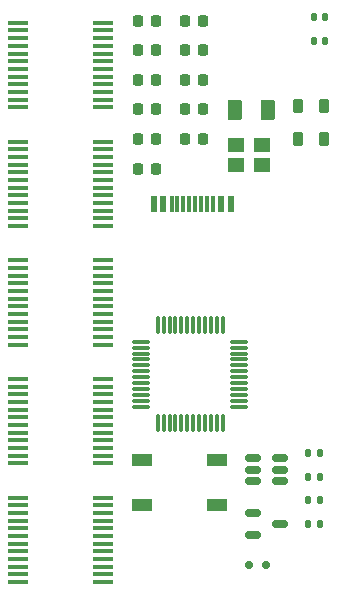
<source format=gbr>
%TF.GenerationSoftware,KiCad,Pcbnew,8.0.7*%
%TF.CreationDate,2024-12-29T17:24:51-05:00*%
%TF.ProjectId,HE75,48453735-2e6b-4696-9361-645f70636258,2.0.0*%
%TF.SameCoordinates,Original*%
%TF.FileFunction,Paste,Top*%
%TF.FilePolarity,Positive*%
%FSLAX46Y46*%
G04 Gerber Fmt 4.6, Leading zero omitted, Abs format (unit mm)*
G04 Created by KiCad (PCBNEW 8.0.7) date 2024-12-29 17:24:51*
%MOMM*%
%LPD*%
G01*
G04 APERTURE LIST*
G04 Aperture macros list*
%AMRoundRect*
0 Rectangle with rounded corners*
0 $1 Rounding radius*
0 $2 $3 $4 $5 $6 $7 $8 $9 X,Y pos of 4 corners*
0 Add a 4 corners polygon primitive as box body*
4,1,4,$2,$3,$4,$5,$6,$7,$8,$9,$2,$3,0*
0 Add four circle primitives for the rounded corners*
1,1,$1+$1,$2,$3*
1,1,$1+$1,$4,$5*
1,1,$1+$1,$6,$7*
1,1,$1+$1,$8,$9*
0 Add four rect primitives between the rounded corners*
20,1,$1+$1,$2,$3,$4,$5,0*
20,1,$1+$1,$4,$5,$6,$7,0*
20,1,$1+$1,$6,$7,$8,$9,0*
20,1,$1+$1,$8,$9,$2,$3,0*%
G04 Aperture macros list end*
%ADD10R,1.400000X1.200000*%
%ADD11R,1.750000X0.450000*%
%ADD12RoundRect,0.150000X-0.512500X-0.150000X0.512500X-0.150000X0.512500X0.150000X-0.512500X0.150000X0*%
%ADD13RoundRect,0.075000X-0.662500X-0.075000X0.662500X-0.075000X0.662500X0.075000X-0.662500X0.075000X0*%
%ADD14RoundRect,0.075000X-0.075000X-0.662500X0.075000X-0.662500X0.075000X0.662500X-0.075000X0.662500X0*%
%ADD15R,1.700000X1.000000*%
%ADD16RoundRect,0.135000X-0.135000X-0.185000X0.135000X-0.185000X0.135000X0.185000X-0.135000X0.185000X0*%
%ADD17R,0.600000X1.450000*%
%ADD18R,0.300000X1.450000*%
%ADD19RoundRect,0.218750X-0.218750X-0.381250X0.218750X-0.381250X0.218750X0.381250X-0.218750X0.381250X0*%
%ADD20RoundRect,0.250000X-0.375000X-0.625000X0.375000X-0.625000X0.375000X0.625000X-0.375000X0.625000X0*%
%ADD21RoundRect,0.150000X0.150000X0.200000X-0.150000X0.200000X-0.150000X-0.200000X0.150000X-0.200000X0*%
%ADD22RoundRect,0.140000X-0.140000X-0.170000X0.140000X-0.170000X0.140000X0.170000X-0.140000X0.170000X0*%
%ADD23RoundRect,0.225000X-0.225000X-0.250000X0.225000X-0.250000X0.225000X0.250000X-0.225000X0.250000X0*%
G04 APERTURE END LIST*
D10*
%TO.C,Y1*%
X158962446Y92554971D03*
X161162446Y92554971D03*
X161162446Y94254971D03*
X158962446Y94254971D03*
%TD*%
D11*
%TO.C,U8*%
X140542446Y64419971D03*
X140542446Y63769971D03*
X140542446Y63119971D03*
X140542446Y62469971D03*
X140542446Y61819971D03*
X140542446Y61169971D03*
X140542446Y60519971D03*
X140542446Y59869971D03*
X140542446Y59219971D03*
X140542446Y58569971D03*
X140542446Y57919971D03*
X140542446Y57269971D03*
X147742446Y57269971D03*
X147742446Y57919971D03*
X147742446Y58569971D03*
X147742446Y59219971D03*
X147742446Y59869971D03*
X147742446Y60519971D03*
X147742446Y61169971D03*
X147742446Y61819971D03*
X147742446Y62469971D03*
X147742446Y63119971D03*
X147742446Y63769971D03*
X147742446Y64419971D03*
%TD*%
%TO.C,U7*%
X140542446Y74469971D03*
X140542446Y73819971D03*
X140542446Y73169971D03*
X140542446Y72519971D03*
X140542446Y71869971D03*
X140542446Y71219971D03*
X140542446Y70569971D03*
X140542446Y69919971D03*
X140542446Y69269971D03*
X140542446Y68619971D03*
X140542446Y67969971D03*
X140542446Y67319971D03*
X147742446Y67319971D03*
X147742446Y67969971D03*
X147742446Y68619971D03*
X147742446Y69269971D03*
X147742446Y69919971D03*
X147742446Y70569971D03*
X147742446Y71219971D03*
X147742446Y71869971D03*
X147742446Y72519971D03*
X147742446Y73169971D03*
X147742446Y73819971D03*
X147742446Y74469971D03*
%TD*%
%TO.C,U6*%
X140542446Y84519971D03*
X140542446Y83869971D03*
X140542446Y83219971D03*
X140542446Y82569971D03*
X140542446Y81919971D03*
X140542446Y81269971D03*
X140542446Y80619971D03*
X140542446Y79969971D03*
X140542446Y79319971D03*
X140542446Y78669971D03*
X140542446Y78019971D03*
X140542446Y77369971D03*
X147742446Y77369971D03*
X147742446Y78019971D03*
X147742446Y78669971D03*
X147742446Y79319971D03*
X147742446Y79969971D03*
X147742446Y80619971D03*
X147742446Y81269971D03*
X147742446Y81919971D03*
X147742446Y82569971D03*
X147742446Y83219971D03*
X147742446Y83869971D03*
X147742446Y84519971D03*
%TD*%
%TO.C,U5*%
X140542446Y94569971D03*
X140542446Y93919971D03*
X140542446Y93269971D03*
X140542446Y92619971D03*
X140542446Y91969971D03*
X140542446Y91319971D03*
X140542446Y90669971D03*
X140542446Y90019971D03*
X140542446Y89369971D03*
X140542446Y88719971D03*
X140542446Y88069971D03*
X140542446Y87419971D03*
X147742446Y87419971D03*
X147742446Y88069971D03*
X147742446Y88719971D03*
X147742446Y89369971D03*
X147742446Y90019971D03*
X147742446Y90669971D03*
X147742446Y91319971D03*
X147742446Y91969971D03*
X147742446Y92619971D03*
X147742446Y93269971D03*
X147742446Y93919971D03*
X147742446Y94569971D03*
%TD*%
%TO.C,U4*%
X140542446Y104619971D03*
X140542446Y103969971D03*
X140542446Y103319971D03*
X140542446Y102669971D03*
X140542446Y102019971D03*
X140542446Y101369971D03*
X140542446Y100719971D03*
X140542446Y100069971D03*
X140542446Y99419971D03*
X140542446Y98769971D03*
X140542446Y98119971D03*
X140542446Y97469971D03*
X147742446Y97469971D03*
X147742446Y98119971D03*
X147742446Y98769971D03*
X147742446Y99419971D03*
X147742446Y100069971D03*
X147742446Y100719971D03*
X147742446Y101369971D03*
X147742446Y102019971D03*
X147742446Y102669971D03*
X147742446Y103319971D03*
X147742446Y103969971D03*
X147742446Y104619971D03*
%TD*%
D12*
%TO.C,U3*%
X160404946Y63114971D03*
X160404946Y61214971D03*
X162679946Y62164971D03*
%TD*%
%TO.C,U2*%
X160404946Y67739971D03*
X160404946Y66789971D03*
X160404946Y65839971D03*
X162679946Y65839971D03*
X162679946Y66789971D03*
X162679946Y67739971D03*
%TD*%
D13*
%TO.C,U1*%
X150929946Y77614971D03*
X150929946Y77114971D03*
X150929946Y76614971D03*
X150929946Y76114971D03*
X150929946Y75614971D03*
X150929946Y75114971D03*
X150929946Y74614971D03*
X150929946Y74114971D03*
X150929946Y73614971D03*
X150929946Y73114971D03*
X150929946Y72614971D03*
X150929946Y72114971D03*
D14*
X152342446Y70702471D03*
X152842446Y70702471D03*
X153342446Y70702471D03*
X153842446Y70702471D03*
X154342446Y70702471D03*
X154842446Y70702471D03*
X155342446Y70702471D03*
X155842446Y70702471D03*
X156342446Y70702471D03*
X156842446Y70702471D03*
X157342446Y70702471D03*
X157842446Y70702471D03*
D13*
X159254946Y72114971D03*
X159254946Y72614971D03*
X159254946Y73114971D03*
X159254946Y73614971D03*
X159254946Y74114971D03*
X159254946Y74614971D03*
X159254946Y75114971D03*
X159254946Y75614971D03*
X159254946Y76114971D03*
X159254946Y76614971D03*
X159254946Y77114971D03*
X159254946Y77614971D03*
D14*
X157842446Y79027471D03*
X157342446Y79027471D03*
X156842446Y79027471D03*
X156342446Y79027471D03*
X155842446Y79027471D03*
X155342446Y79027471D03*
X154842446Y79027471D03*
X154342446Y79027471D03*
X153842446Y79027471D03*
X153342446Y79027471D03*
X152842446Y79027471D03*
X152342446Y79027471D03*
%TD*%
D15*
%TO.C,SW1*%
X151042446Y67564971D03*
X157342446Y67564971D03*
X151042446Y63764971D03*
X157342446Y63764971D03*
%TD*%
D16*
%TO.C,R4*%
X165062446Y62224971D03*
X166082446Y62224971D03*
%TD*%
%TO.C,R3*%
X165062446Y64214971D03*
X166082446Y64214971D03*
%TD*%
%TO.C,R2*%
X165062446Y66204971D03*
X166082446Y66204971D03*
%TD*%
%TO.C,R1*%
X165062446Y68194971D03*
X166082446Y68194971D03*
%TD*%
D17*
%TO.C,J1*%
X152012446Y89259971D03*
X152812446Y89259971D03*
D18*
X154012446Y89259971D03*
X155012446Y89259971D03*
X155512446Y89259971D03*
X156512446Y89259971D03*
D17*
X157712446Y89259971D03*
X158512446Y89259971D03*
X158512446Y89259971D03*
X157712446Y89259971D03*
D18*
X157012446Y89259971D03*
X156012446Y89259971D03*
X154512446Y89259971D03*
X153512446Y89259971D03*
D17*
X152812446Y89259971D03*
X152012446Y89259971D03*
%TD*%
D19*
%TO.C,FB2*%
X164259946Y94794971D03*
X166384946Y94794971D03*
%TD*%
%TO.C,FB1*%
X164259946Y97544971D03*
X166384946Y97544971D03*
%TD*%
D20*
%TO.C,F1*%
X158842446Y97274971D03*
X161642446Y97274971D03*
%TD*%
D21*
%TO.C,D1*%
X160087446Y58714971D03*
X161487446Y58714971D03*
%TD*%
D22*
%TO.C,C13*%
X165542446Y103114971D03*
X166502446Y103114971D03*
%TD*%
%TO.C,C12*%
X165542446Y105084971D03*
X166502446Y105084971D03*
%TD*%
D23*
%TO.C,C11*%
X154657446Y94774971D03*
X156207446Y94774971D03*
%TD*%
%TO.C,C10*%
X154657446Y97284971D03*
X156207446Y97284971D03*
%TD*%
%TO.C,C9*%
X154657446Y99794971D03*
X156207446Y99794971D03*
%TD*%
%TO.C,C8*%
X154657446Y102304971D03*
X156207446Y102304971D03*
%TD*%
%TO.C,C7*%
X154657446Y104814971D03*
X156207446Y104814971D03*
%TD*%
%TO.C,C6*%
X150647446Y92264971D03*
X152197446Y92264971D03*
%TD*%
%TO.C,C5*%
X150647446Y94774971D03*
X152197446Y94774971D03*
%TD*%
%TO.C,C4*%
X150647446Y97284971D03*
X152197446Y97284971D03*
%TD*%
%TO.C,C3*%
X150647446Y99794971D03*
X152197446Y99794971D03*
%TD*%
%TO.C,C2*%
X150647446Y102304971D03*
X152197446Y102304971D03*
%TD*%
%TO.C,C1*%
X150647446Y104814971D03*
X152197446Y104814971D03*
%TD*%
M02*

</source>
